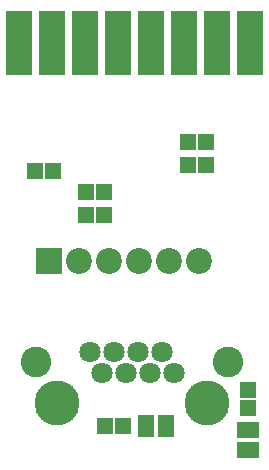
<source format=gbs>
G04 #@! TF.GenerationSoftware,KiCad,Pcbnew,no-vcs-found-bf44d39~61~ubuntu16.04.1*
G04 #@! TF.CreationDate,2018-01-04T16:51:09+01:00*
G04 #@! TF.ProjectId,arcade_adapter,6172636164655F616461707465722E6B,rev?*
G04 #@! TF.SameCoordinates,Original*
G04 #@! TF.FileFunction,Soldermask,Bot*
G04 #@! TF.FilePolarity,Negative*
%FSLAX46Y46*%
G04 Gerber Fmt 4.6, Leading zero omitted, Abs format (unit mm)*
G04 Created by KiCad (PCBNEW no-vcs-found-bf44d39~61~ubuntu16.04.1) date Thu Jan  4 16:51:09 2018*
%MOMM*%
%LPD*%
G01*
G04 APERTURE LIST*
%ADD10R,1.314400X1.466800*%
%ADD11R,1.466800X1.314400*%
%ADD12R,1.974800X1.466800*%
%ADD13R,1.466800X1.974800*%
%ADD14R,2.180000X5.480000*%
%ADD15C,1.800000*%
%ADD16C,3.800000*%
%ADD17C,2.600000*%
%ADD18R,2.200000X2.200000*%
%ADD19C,2.200000*%
G04 APERTURE END LIST*
D10*
X98907600Y-69857620D03*
X97383600Y-69857620D03*
X97383600Y-71805800D03*
X98907600Y-71805800D03*
X106008000Y-67620000D03*
X107532000Y-67620000D03*
D11*
X111099600Y-86639400D03*
X111099600Y-88163400D03*
D10*
X107532000Y-65650000D03*
X106008000Y-65650000D03*
X98933000Y-89738200D03*
X100457000Y-89738200D03*
X93045280Y-68122800D03*
X94569280Y-68122800D03*
D12*
X111099600Y-91744800D03*
X111099600Y-90017600D03*
D13*
X102412800Y-89738200D03*
X104140000Y-89738200D03*
D14*
X102890000Y-57290000D03*
X105680000Y-57290000D03*
X108480000Y-57290000D03*
X111270000Y-57290000D03*
X100090000Y-57290000D03*
X97300000Y-57290000D03*
X94510000Y-57290000D03*
X91710000Y-57290000D03*
D15*
X104819800Y-85191600D03*
X102789800Y-85191600D03*
X100759800Y-85191600D03*
X98729800Y-85191600D03*
X103799800Y-83411600D03*
X101769800Y-83411600D03*
X99739800Y-83411600D03*
X97709800Y-83411600D03*
D16*
X94919800Y-87731600D03*
X107619800Y-87731600D03*
D17*
X93139800Y-84301600D03*
X109399800Y-84301600D03*
D18*
X94259400Y-75692000D03*
D19*
X96799400Y-75692000D03*
X99339400Y-75692000D03*
X101879400Y-75692000D03*
X104419400Y-75692000D03*
X106959400Y-75692000D03*
M02*

</source>
